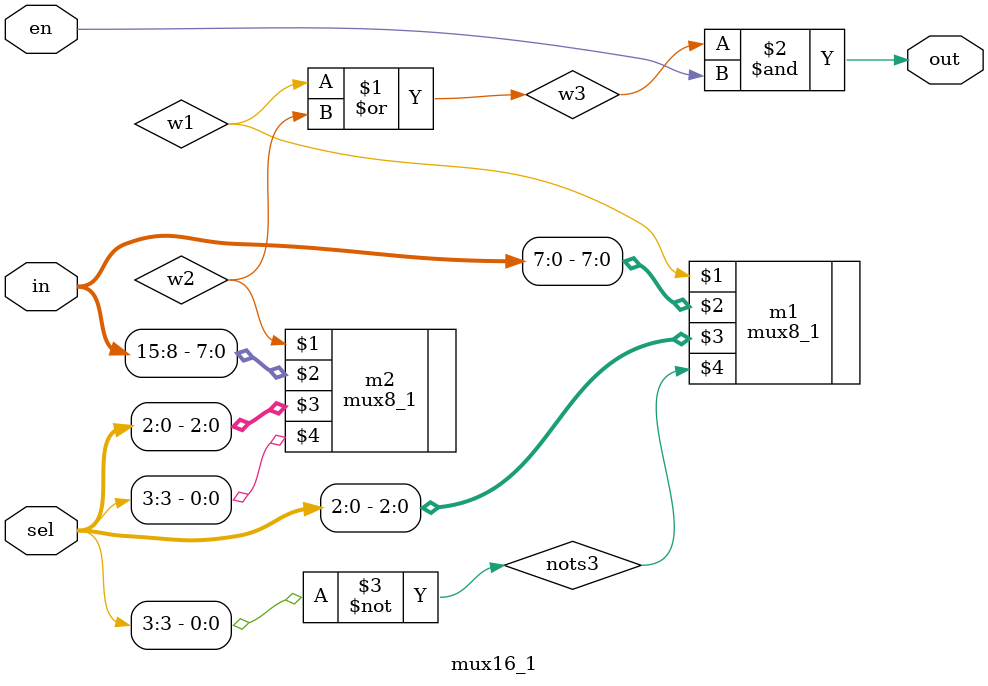
<source format=v>
`timescale 1ns / 1ps


module mux16_1(output out,
               input [15:0]in,
               input [3:0]sel,
               input en);
wire w1,w2,w3,nots3;

not n1(nots3,sel[3]);
mux8_1 m1(w1,in[7:0],sel[2:0],nots3);
mux8_1 m2(w2,in[15:8],sel[2:0],sel[3]);
or o1(w3,w1,w2);
and a1(out,w3,en);               
               
endmodule

</source>
